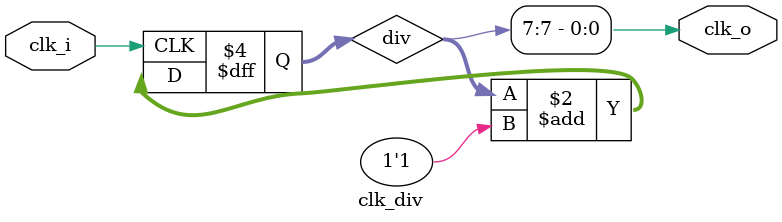
<source format=v>

module clk_div #(
  parameter              N_DIV = 8        // number of clock divisions
) (
  input                  clk_i,           // input clock (@ CLK_FREQ)
  output                 clk_o            // output clock (CLK_FREQ >> N_DIV)
);

  reg [N_DIV-1:0] div;  // division counter

  initial
    div = 0;

  always @(posedge clk_i)
    div <= div + 1'b1;

  assign clk_o = div[N_DIV-1];

endmodule

/**

# Minimizing Division Error

## Fomu Clock Divisions

| N_DIV | Frequency   | Period        | Error  |
|-------|-------------|---------------|--------|
| 0     |  48.000 MHz |  20.833... ns |  0%    |
| 10    |  46.875 kHz |  21.333... μs |  0%    |
| 18    | 183.000  Hz |   5.46448  ms | -0.06% |

## TinyFPGA-BX Clock Divisions

| N_DIV | Frequency   | Period        | Error  |
|-------|-------------|---------------|--------|
| 0     |  16.000 MHz |  62.500    ns |  0%    |
| 10    |  15.625 kHz |  64.000    μs |  0%    |
| 18    |  61.000  Hz |  16.39344  ms | -0.06% |

**/

</source>
